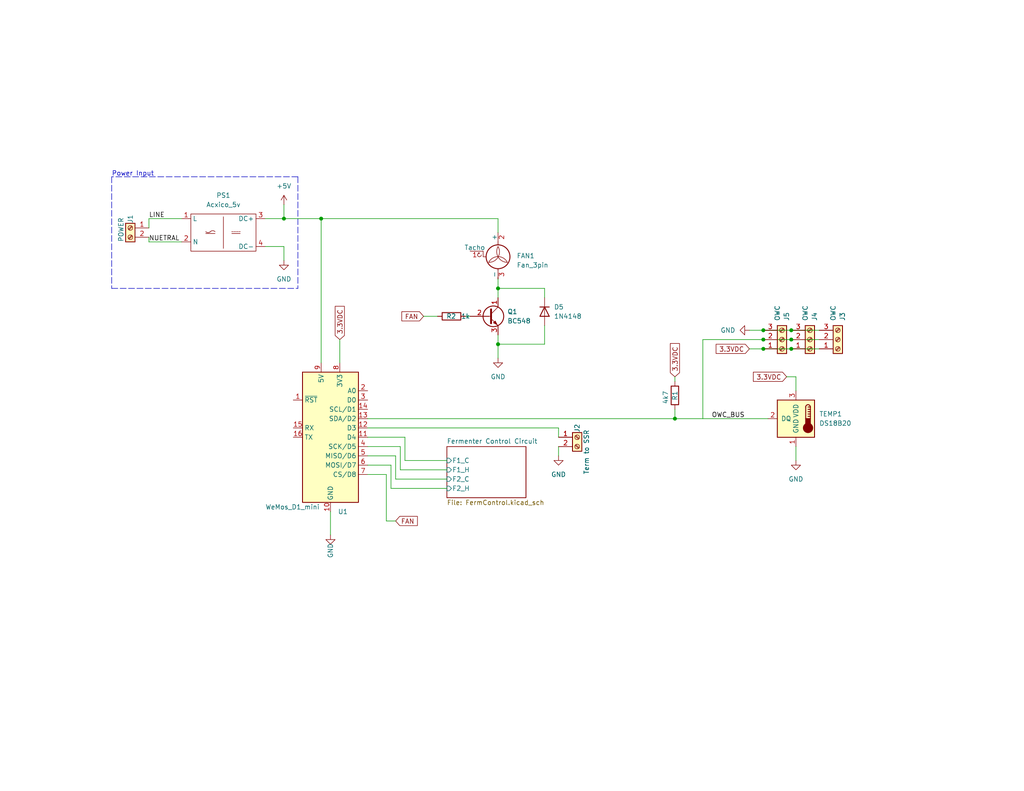
<source format=kicad_sch>
(kicad_sch (version 20211123) (generator eeschema)
  (paper "USLetter")
  (title_block (title "Glycol/Fermenter Control Circuit") (date "2023-01-31") (rev "1.0"))
  (lib_symbols
    (symbol "Connector:Screw_Terminal_01x02" (pin_names (offset 1.016) hide)
      (property "Reference" "J" (at 0 2.54 0))
      (property "Value" "Screw_Terminal_01x02" (at 0 -5.08 0))
      (symbol "Screw_Terminal_01x02_1_1"
        (rectangle (start -1.27 1.27) (end 1.27 -3.81) (stroke (width 0.254)) (fill (type background)))
        (circle (center 0 -2.54) (radius 0.635) (stroke (width 0.1524)))
        (polyline (pts (xy -0.5334 -2.2098) (xy 0.3302 -3.048)) (stroke (width 0.1524)))
        (polyline (pts (xy -0.5334 0.3302) (xy 0.3302 -0.508)) (stroke (width 0.1524)))
        (polyline (pts (xy -0.3556 -2.032) (xy 0.508 -2.8702)) (stroke (width 0.1524)))
        (polyline (pts (xy -0.3556 0.508) (xy 0.508 -0.3302)) (stroke (width 0.1524)))
        (circle (center 0 0) (radius 0.635) (stroke (width 0.1524)))
        (pin passive line (at -5.08 0 0) (length 3.81) (name "Pin_1") (number "1"))
        (pin passive line (at -5.08 -2.54 0) (length 3.81) (name "Pin_2") (number "2"))
      )
    )
    (symbol "Connector:Screw_Terminal_01x03" (pin_names (offset 1.016) hide)
      (property "Reference" "J" (at 0 5.08 0))
      (property "Value" "Screw_Terminal_01x03" (at 0 -5.08 0))
      (symbol "Screw_Terminal_01x03_1_1"
        (rectangle (start -1.27 3.81) (end 1.27 -3.81) (stroke (width 0.254)) (fill (type background)))
        (circle (center 0 -2.54) (radius 0.635) (stroke (width 0.1524)))
        (polyline (pts (xy -0.5334 -2.2098) (xy 0.3302 -3.048)) (stroke (width 0.1524)))
        (polyline (pts (xy -0.5334 0.3302) (xy 0.3302 -0.508)) (stroke (width 0.1524)))
        (polyline (pts (xy -0.5334 2.8702) (xy 0.3302 2.032)) (stroke (width 0.1524)))
        (polyline (pts (xy -0.3556 -2.032) (xy 0.508 -2.8702)) (stroke (width 0.1524)))
        (polyline (pts (xy -0.3556 0.508) (xy 0.508 -0.3302)) (stroke (width 0.1524)))
        (polyline (pts (xy -0.3556 3.048) (xy 0.508 2.2098)) (stroke (width 0.1524)))
        (circle (center 0 0) (radius 0.635) (stroke (width 0.1524)))
        (circle (center 0 2.54) (radius 0.635) (stroke (width 0.1524)))
        (pin passive line (at -5.08 2.54 0) (length 3.81) (name "Pin_1") (number "1"))
        (pin passive line (at -5.08 0 0) (length 3.81) (name "Pin_2") (number "2"))
        (pin passive line (at -5.08 -2.54 0) (length 3.81) (name "Pin_3") (number "3"))
      )
    )
    (symbol "Converter_ACDC:Acxico_5v"
      (property "Reference" "PS" (at 0 6.35 0))
      (property "Value" "Acxico_5v" (at 0 -6.35 0))
      (symbol "Acxico_5v_0_1"
        (rectangle (start -8.89 5.08) (end 8.89 -5.08))
        (arc (start -4.826 0.254) (mid -4.191 -0.0089) (end -3.556 0.254))
        (arc (start -2.286 0.254) (mid -2.921 0.516) (end -3.556 0.254))
        (polyline (pts (xy -4.826 -0.254) (xy -2.286 -0.254)))
        (polyline (pts (xy 0 4.318) (xy 0 -4.318)))
        (polyline (pts (xy 2.286 -0.254) (xy 4.572 -0.254)))
        (polyline (pts (xy 2.286 0.254) (xy 2.54 0.254)))
        (polyline (pts (xy 2.794 0.254) (xy 3.048 0.254)))
        (polyline (pts (xy 3.302 0.254) (xy 3.556 0.254)))
        (polyline (pts (xy 3.81 0.254) (xy 4.064 0.254)))
        (polyline (pts (xy 4.318 0.254) (xy 4.572 0.254)))
      )
      (symbol "Acxico_5v_1_1"
        (pin input line (at -11.43 3.81 0) (length 2.54) (name "L") (number "1"))
        (pin input line (at -11.43 -2.54 0) (length 2.54) (name "N") (number "2"))
        (pin output line (at 11.43 3.81 180) (length 2.54) (name "DC+") (number "3"))
        (pin output line (at 11.43 -3.81 180) (length 2.54) (name "DC-") (number "4"))
      )
    )
    (symbol "Device:R" (pin_numbers hide) (pin_names (offset 0))
      (property "Reference" "R" (at 2.032 0 90))
      (property "Value" "R" (at 0 0 90))
      (symbol "R_0_1"
        (rectangle (start -1.016 -2.54) (end 1.016 2.54) (stroke (width 0.254)))
      )
      (symbol "R_1_1"
        (pin passive line (at 0 3.81 270) (length 1.27) (name "~") (number "1"))
        (pin passive line (at 0 -3.81 90) (length 1.27) (name "~") (number "2"))
      )
    )
    (symbol "Diode:1N4148" (pin_numbers hide) (pin_names hide)
      (property "Reference" "D" (at 0 2.54 0))
      (property "Value" "1N4148" (at 0 -2.54 0))
      (symbol "1N4148_0_1"
        (polyline (pts (xy -1.27 1.27) (xy -1.27 -1.27)) (stroke (width 0.254)))
        (polyline (pts (xy 1.27 0) (xy -1.27 0)))
        (polyline (pts (xy 1.27 1.27) (xy 1.27 -1.27) (xy -1.27 0) (xy 1.27 1.27)) (stroke (width 0.254)))
      )
      (symbol "1N4148_1_1"
        (pin passive line (at -3.81 0 0) (length 2.54) (name "K") (number "1"))
        (pin passive line (at 3.81 0 180) (length 2.54) (name "A") (number "2"))
      )
    )
    (symbol "MCU_Module:WeMos_D1_mini"
      (property "Reference" "U" (at 3.81 19.05 0))
      (property "Value" "WeMos_D1_mini" (at 1.27 -19.05 0))
      (symbol "WeMos_D1_mini_1_1"
        (rectangle (start -7.62 17.78) (end 7.62 -17.78) (stroke (width 0.254)) (fill (type background)))
        (pin input line (at -10.16 10.16 0) (length 2.54) (name "~{RST}") (number "1"))
        (pin power_in line (at 0 -20.32 90) (length 2.54) (name "GND") (number "10"))
        (pin bidirectional line (at 10.16 0 180) (length 2.54) (name "D4") (number "11"))
        (pin bidirectional line (at 10.16 2.54 180) (length 2.54) (name "D3") (number "12"))
        (pin bidirectional line (at 10.16 5.08 180) (length 2.54) (name "SDA/D2") (number "13"))
        (pin bidirectional line (at 10.16 7.62 180) (length 2.54) (name "SCL/D1") (number "14"))
        (pin input line (at -10.16 2.54 0) (length 2.54) (name "RX") (number "15"))
        (pin output line (at -10.16 0 0) (length 2.54) (name "TX") (number "16"))
        (pin input line (at 10.16 12.7 180) (length 2.54) (name "A0") (number "2"))
        (pin bidirectional line (at 10.16 10.16 180) (length 2.54) (name "D0") (number "3"))
        (pin bidirectional line (at 10.16 -2.54 180) (length 2.54) (name "SCK/D5") (number "4"))
        (pin bidirectional line (at 10.16 -5.08 180) (length 2.54) (name "MISO/D6") (number "5"))
        (pin bidirectional line (at 10.16 -7.62 180) (length 2.54) (name "MOSI/D7") (number "6"))
        (pin bidirectional line (at 10.16 -10.16 180) (length 2.54) (name "CS/D8") (number "7"))
        (pin power_out line (at 2.54 20.32 270) (length 2.54) (name "3V3") (number "8"))
        (pin power_in line (at -2.54 20.32 270) (length 2.54) (name "5V") (number "9"))
      )
    )
    (symbol "Motor:Fan_3pin" (pin_names (offset 0))
      (property "Reference" "M" (at 2.54 2.54 0))
      (property "Value" "Fan_3pin" (at 2.54 -5.08 0))
      (symbol "Fan_3pin_0_0"
        (arc (start -5.588 -1.016) (mid -5.08 -1.524) (end -4.572 -1.016))
        (arc (start -5.08 -0.508) (mid -5.4392 -0.6568) (end -5.588 -1.016))
        (polyline (pts (xy -5.08 -0.508) (xy -5.334 -0.381)))
        (polyline (pts (xy -5.08 -0.508) (xy -5.207 -0.762)))
        (polyline (pts (xy -4.064 0) (xy -4.064 -1.524) (xy -3.302 -1.524)))
      )
      (symbol "Fan_3pin_0_1"
        (arc (start -2.54 -3.048) (mid 0.0028 -1.6279) (end 0 1.27))
        (circle (center 0 -1.524) (radius 3.2512) (stroke (width 0.254)))
        (polyline (pts (xy -4.064 0) (xy -5.08 0)))
        (polyline (pts (xy 0 -7.62) (xy 0 -7.112)))
        (polyline (pts (xy 0 -4.7752) (xy 0 -5.1816)))
        (polyline (pts (xy 0 1.7272) (xy 0 2.0828)))
        (polyline (pts (xy 0 2.032) (xy 0 2.54)))
        (arc (start 0 1.27) (mid 0.053 -1.619) (end 2.54 -3.048))
        (arc (start 2.54 -3.048) (mid 0 -1.4782) (end -2.54 -3.048))
      )
      (symbol "Fan_3pin_1_1"
        (pin passive line (at -7.62 0 0) (length 2.54) (name "Tacho") (number "1"))
        (pin passive line (at 0 5.08 270) (length 2.54) (name "+") (number "2"))
        (pin passive line (at 0 -7.62 90) (length 2.54) (name "-") (number "3"))
      )
    )
    (symbol "Sensor_Temperature:DS18B20" (pin_names (offset 1.016))
      (property "Reference" "U" (at -3.81 6.35 0))
      (property "Value" "DS18B20" (at 6.35 6.35 0))
      (symbol "DS18B20_0_1"
        (rectangle (start -5.08 5.08) (end 5.08 -5.08) (stroke (width 0.254)) (fill (type background)))
        (circle (center -3.302 -2.54) (radius 1.27) (stroke (width 0.254)) (fill (type outline)))
        (rectangle (start -2.667 -1.905) (end -3.937 0) (stroke (width 0.254)) (fill (type outline)))
        (arc (start -2.667 3.175) (mid -3.302 3.81) (end -3.937 3.175) (stroke (width 0.254)))
        (polyline (pts (xy -3.937 0.635) (xy -3.302 0.635)) (stroke (width 0.254)))
        (polyline (pts (xy -3.937 1.27) (xy -3.302 1.27)) (stroke (width 0.254)))
        (polyline (pts (xy -3.937 1.905) (xy -3.302 1.905)) (stroke (width 0.254)))
        (polyline (pts (xy -3.937 2.54) (xy -3.302 2.54)) (stroke (width 0.254)))
        (polyline (pts (xy -3.937 3.175) (xy -3.937 0)) (stroke (width 0.254)))
        (polyline (pts (xy -3.937 3.175) (xy -3.302 3.175)) (stroke (width 0.254)))
        (polyline (pts (xy -2.667 3.175) (xy -2.667 0)) (stroke (width 0.254)))
      )
      (symbol "DS18B20_1_1"
        (pin power_in line (at 0 -7.62 90) (length 2.54) (name "GND") (number "1"))
        (pin bidirectional line (at 7.62 0 180) (length 2.54) (name "DQ") (number "2"))
        (pin power_in line (at 0 7.62 270) (length 2.54) (name "VDD") (number "3"))
      )
    )
    (symbol "Transistor_BJT:BC548" (pin_names (offset 0) hide)
      (property "Reference" "Q" (at 5.08 1.905 0))
      (property "Value" "BC548" (at 5.08 0 0))
      (symbol "BC548_0_1"
        (polyline (pts (xy 0 0) (xy 0.635 0)))
        (polyline (pts (xy 0.635 0.635) (xy 2.54 2.54)))
        (polyline (pts (xy 0.635 -0.635) (xy 2.54 -2.54) (xy 2.54 -2.54)))
        (polyline (pts (xy 0.635 1.905) (xy 0.635 -1.905) (xy 0.635 -1.905)) (stroke (width 0.508)))
        (polyline (pts (xy 1.27 -1.778) (xy 1.778 -1.27) (xy 2.286 -2.286) (xy 1.27 -1.778) (xy 1.27 -1.778)) (fill (type outline)))
        (circle (center 1.27 0) (radius 2.8194) (stroke (width 0.254)))
      )
      (symbol "BC548_1_1"
        (pin passive line (at 2.54 5.08 270) (length 2.54) (name "C") (number "1"))
        (pin input line (at -5.08 0 0) (length 5.08) (name "B") (number "2"))
        (pin passive line (at 2.54 -5.08 90) (length 2.54) (name "E") (number "3"))
      )
    )
    (symbol "power:+5V" (power) (pin_names (offset 0))
      (property "Value" "+5V" (at 0 3.556 0))
      (symbol "+5V_0_1"
        (polyline (pts (xy -0.762 1.27) (xy 0 2.54)))
        (polyline (pts (xy 0 0) (xy 0 2.54)))
        (polyline (pts (xy 0 2.54) (xy 0.762 1.27)))
      )
      (symbol "+5V_1_1"
        (pin power_in line (at 0 0 90) (length 0) hide (name "+5V") (number "1"))
      )
    )
    (symbol "power:GND" (power) (pin_names (offset 0))
      (property "Value" "GND" (at 0 -3.81 0))
      (symbol "GND_0_1"
        (polyline (pts (xy 0 0) (xy 0 -1.27) (xy 1.27 -1.27) (xy 0 -2.54) (xy -1.27 -1.27) (xy 0 -1.27)))
      )
      (symbol "GND_1_1"
        (pin power_in line (at 0 0 270) (length 0) hide (name "GND") (number "1"))
      )
    )
  )
  (junction (at 184.15 114.3))
  (junction (at 135.89 78.74))
  (junction (at 208.28 95.25))
  (junction (at 77.47 59.69))
  (junction (at 215.9 90.17))
  (junction (at 215.9 95.25))
  (junction (at 208.28 90.17))
  (junction (at 208.28 92.71))
  (junction (at 135.89 93.98))
  (junction (at 87.63 59.69))
  (junction (at 215.9 92.71))
  (wire (pts (xy 215.9 95.25) (xy 208.28 95.25)))
  (wire (pts (xy 115.57 86.36) (xy 119.38 86.36)))
  (wire (pts (xy 184.15 102.87) (xy 184.15 104.14)))
  (wire (pts (xy 109.22 121.92) (xy 109.22 128.27)))
  (wire (pts (xy 184.15 114.3) (xy 209.55 114.3)))
  (wire (pts (xy 40.64 64.77) (xy 40.64 66.04)))
  (wire (pts (xy 109.22 128.27) (xy 121.92 128.27)))
  (wire (pts (xy 100.33 127) (xy 106.68 127)))
  (wire (pts (xy 90.17 139.7) (xy 90.17 146.05)))
  (polyline (pts (xy 81.28 48.26) (xy 30.48 48.26)))
  (wire (pts (xy 215.9 92.71) (xy 208.28 92.71)))
  (wire (pts (xy 40.64 66.04) (xy 49.53 66.04)))
  (polyline (pts (xy 81.28 48.26) (xy 81.28 78.74)))
  (wire (pts (xy 72.39 67.31) (xy 77.47 67.31)))
  (wire (pts (xy 135.89 78.74) (xy 135.89 81.28)))
  (wire (pts (xy 184.15 111.76) (xy 184.15 114.3)))
  (wire (pts (xy 87.63 59.69) (xy 87.63 99.06)))
  (wire (pts (xy 92.71 92.71) (xy 92.71 99.06)))
  (wire (pts (xy 148.59 78.74) (xy 148.59 81.28)))
  (wire (pts (xy 100.33 129.54) (xy 105.41 129.54)))
  (wire (pts (xy 135.89 59.69) (xy 135.89 63.5)))
  (wire (pts (xy 135.89 93.98) (xy 135.89 97.79)))
  (wire (pts (xy 223.52 90.17) (xy 215.9 90.17)))
  (wire (pts (xy 106.68 133.35) (xy 121.92 133.35)))
  (wire (pts (xy 100.33 114.3) (xy 184.15 114.3)))
  (wire (pts (xy 217.17 106.68) (xy 217.17 102.87)))
  (wire (pts (xy 135.89 59.69) (xy 87.63 59.69)))
  (wire (pts (xy 135.89 78.74) (xy 148.59 78.74)))
  (wire (pts (xy 107.95 124.46) (xy 107.95 130.81)))
  (wire (pts (xy 208.28 90.17) (xy 204.47 90.17)))
  (wire (pts (xy 77.47 55.88) (xy 77.47 59.69)))
  (wire (pts (xy 152.4 119.38) (xy 152.4 116.84)))
  (wire (pts (xy 215.9 90.17) (xy 208.28 90.17)))
  (wire (pts (xy 148.59 93.98) (xy 148.59 88.9)))
  (wire (pts (xy 208.28 95.25) (xy 204.47 95.25)))
  (wire (pts (xy 100.33 124.46) (xy 107.95 124.46)))
  (wire (pts (xy 110.49 125.73) (xy 121.92 125.73)))
  (wire (pts (xy 40.64 62.23) (xy 40.64 59.69)))
  (polyline (pts (xy 30.48 48.26) (xy 30.48 78.74)))
  (polyline (pts (xy 30.48 78.74) (xy 81.28 78.74)))
  (wire (pts (xy 100.33 121.92) (xy 109.22 121.92)))
  (wire (pts (xy 77.47 67.31) (xy 77.47 71.12)))
  (wire (pts (xy 152.4 124.46) (xy 152.4 121.92)))
  (wire (pts (xy 191.77 92.71) (xy 191.77 114.3)))
  (wire (pts (xy 110.49 119.38) (xy 100.33 119.38)))
  (wire (pts (xy 87.63 59.69) (xy 77.47 59.69)))
  (wire (pts (xy 107.95 142.24) (xy 105.41 142.24)))
  (wire (pts (xy 40.64 59.69) (xy 49.53 59.69)))
  (wire (pts (xy 208.28 92.71) (xy 191.77 92.71)))
  (wire (pts (xy 127 86.36) (xy 128.27 86.36)))
  (wire (pts (xy 106.68 127) (xy 106.68 133.35)))
  (wire (pts (xy 135.89 76.2) (xy 135.89 78.74)))
  (wire (pts (xy 72.39 59.69) (xy 77.47 59.69)))
  (wire (pts (xy 110.49 119.38) (xy 110.49 125.73)))
  (wire (pts (xy 107.95 130.81) (xy 121.92 130.81)))
  (wire (pts (xy 152.4 116.84) (xy 100.33 116.84)))
  (wire (pts (xy 135.89 91.44) (xy 135.89 93.98)))
  (wire (pts (xy 223.52 95.25) (xy 215.9 95.25)))
  (wire (pts (xy 135.89 93.98) (xy 148.59 93.98)))
  (wire (pts (xy 217.17 121.92) (xy 217.17 125.73)))
  (wire (pts (xy 223.52 92.71) (xy 215.9 92.71)))
  (wire (pts (xy 217.17 102.87) (xy 214.63 102.87)))
  (wire (pts (xy 105.41 142.24) (xy 105.41 129.54)))
  (text "Power Input" (at 30.48 48.26 0) (effects (font (size 1.27 1.27)) (justify left bottom)))
  (label "OWC_BUS" (at 203.2 114.3 180))
  (label "NUETRAL" (at 40.64 66.04 0))
  (label "LINE" (at 40.64 59.69 0))
  (global_label "FAN" (shape input) (at 115.57 86.36 180) (property "Intersheet References" "${INTERSHEET_REFS}" (effects hide)))
  (global_label "3.3VDC" (shape input) (at 214.63 102.87 180) (property "Intersheet References" "${INTERSHEET_REFS}" (effects hide)))
  (global_label "3.3VDC" (shape input) (at 204.47 95.25 180) (property "Intersheet References" "${INTERSHEET_REFS}" (effects hide)))
  (global_label "3.3VDC" (shape input) (at 92.71 92.71 90) (property "Intersheet References" "${INTERSHEET_REFS}" (effects hide)))
  (global_label "3.3VDC" (shape input) (at 184.15 102.87 90) (property "Intersheet References" "${INTERSHEET_REFS}" (effects hide)))
  (global_label "FAN" (shape input) (at 107.95 142.24 0) (property "Intersheet References" "${INTERSHEET_REFS}" (effects hide)))
  (symbol (lib_id "Connector:Screw_Terminal_01x02") (at 157.48 119.38 0) (unit 1)
    (property "Reference" "J2" (at 157.48 118.11 90) (effects (justify left)))
    (property "Value" "Term to SSR" (at 160.02 129.54 90) (effects (justify left)))
    (property "Footprint" "TerminalBlock_Phoenix:TerminalBlock_Phoenix_MKDS-1,5-2_1x02_P5.00mm_Horizontal" (effects hide))
  )
  (symbol (lib_id "power:GND") (at 152.4 124.46 0) (unit 1)
    (property "Reference" "#PWR0105" (effects hide))
    (property "Value" "GND" (at 152.4 129.54 0))
  )
  (symbol (lib_id "Connector:Screw_Terminal_01x03") (at 213.36 92.71 0) (mirror x) (unit 1)
    (property "Reference" "J5" (at 214.6301 87.63 90) (effects (justify right)))
    (property "Value" "OWC" (at 212.0901 87.63 90) (effects (justify right)))
    (property "Footprint" "Connector_JST:JST_XH_B3B-XH-AM_1x03_P2.50mm_Vertical" (effects hide))
  )
  (symbol (lib_id "Connector:Screw_Terminal_01x02") (at 35.56 62.23 0) (mirror y) (unit 1)
    (property "Reference" "J1" (at 35.56 60.96 90) (effects (justify left)))
    (property "Value" "POWER" (at 33.02 66.04 90) (effects (justify left)))
    (property "Footprint" "TerminalBlock_Phoenix:TerminalBlock_Phoenix_MKDS-1,5-2_1x02_P5.00mm_Horizontal" (effects hide))
  )
  (symbol (lib_id "Diode:1N4148") (at 148.59 85.09 270) (unit 1)
    (property "Reference" "D5" (at 151.13 83.8199 90) (effects (justify left)))
    (property "Value" "1N4148" (at 151.13 86.3599 90) (effects (justify left)))
    (property "Footprint" "Diode_SMD:D_SOD-323F" (effects hide))
    (property "Datasheet" "https://assets.nexperia.com/documents/data-sheet/1N4148_1N4448.pdf" (effects hide))
  )
  (symbol (lib_id "Device:R") (at 123.19 86.36 90) (unit 1)
    (property "Reference" "R2" (at 124.46 86.36 90) (effects (justify left)))
    (property "Value" "1k" (at 128.27 86.36 90) (effects (justify left)))
    (property "Footprint" "Resistor_THT:R_Axial_DIN0207_L6.3mm_D2.5mm_P7.62mm_Horizontal" (effects hide))
  )
  (symbol (lib_id "Device:R") (at 184.15 107.95 0) (mirror x) (unit 1)
    (property "Reference" "R1" (at 184.15 106.68 90) (effects (justify left)))
    (property "Value" "4k7" (at 181.61 106.68 90) (effects (justify left)))
    (property "Footprint" "Resistor_THT:R_Axial_DIN0207_L6.3mm_D2.5mm_P7.62mm_Horizontal" (effects hide))
  )
  (symbol (lib_id "Connector:Screw_Terminal_01x03") (at 220.98 92.71 0) (mirror x) (unit 1)
    (property "Reference" "J4" (at 222.2501 87.63 90) (effects (justify right)))
    (property "Value" "OWC" (at 219.7101 87.63 90) (effects (justify right)))
    (property "Footprint" "Connector_JST:JST_XH_B3B-XH-AM_1x03_P2.50mm_Vertical" (effects hide))
  )
  (symbol (lib_id "MCU_Module:WeMos_D1_mini") (at 90.17 119.38 0) (unit 1)
    (property "Reference" "U1" (at 92.1894 139.7 0) (effects (justify left)))
    (property "Value" "WeMos_D1_mini" (at 72.39 138.43 0) (effects (justify left)))
    (property "Footprint" "Custom:WEMOS_D1_mini_light" (effects hide))
    (property "Datasheet" "https://wiki.wemos.cc/products:d1:d1_mini#documentation" (effects hide))
  )
  (symbol (lib_id "power:GND") (at 90.17 146.05 0) (unit 1)
    (property "Reference" "#PWR0111" (effects hide))
    (property "Value" "GND" (at 90.17 152.4 90) (effects (justify left)))
  )
  (symbol (lib_id "Converter_ACDC:Acxico_5v") (at 60.96 63.5 0) (unit 1)
    (property "Reference" "PS1" (at 60.96 53.34 0))
    (property "Value" "Acxico_5v" (at 60.96 55.88 0))
    (property "Footprint" "Power:Acxico 5V 700mA Board Module Mini AC-DC 120V to 5V Power Supply" (effects hide))
  )
  (symbol (lib_id "power:GND") (at 217.17 125.73 0) (mirror y) (unit 1)
    (property "Reference" "#PWR0104" (effects hide))
    (property "Value" "GND" (at 217.17 130.81 0))
  )
  (symbol (lib_id "power:+5V") (at 77.47 55.88 0) (unit 1)
    (property "Reference" "#PWR0102" (effects hide))
    (property "Value" "+5V" (at 77.47 50.8 0))
  )
  (symbol (lib_id "Connector:Screw_Terminal_01x03") (at 228.6 92.71 0) (mirror x) (unit 1)
    (property "Reference" "J3" (at 229.8701 87.63 90) (effects (justify right)))
    (property "Value" "OWC" (at 227.3301 87.63 90) (effects (justify right)))
    (property "Footprint" "Connector_JST:JST_XH_B3B-XH-AM_1x03_P2.50mm_Vertical" (effects hide))
  )
  (symbol (lib_id "power:GND") (at 77.47 71.12 0) (unit 1)
    (property "Reference" "#PWR0101" (effects hide))
    (property "Value" "GND" (at 77.47 76.2 0))
  )
  (symbol (lib_id "power:GND") (at 135.89 97.79 0) (unit 1)
    (property "Reference" "#PWR0109" (effects hide))
    (property "Value" "GND" (at 135.89 102.87 0))
  )
  (symbol (lib_id "Sensor_Temperature:DS18B20") (at 217.17 114.3 0) (mirror y) (unit 1)
    (property "Reference" "TEMP1" (at 223.52 113.0299 0) (effects (justify right)))
    (property "Value" "DS18B20" (at 223.52 115.5699 0) (effects (justify right)))
    (property "Footprint" "Package_TO_SOT_THT:TO-92_Inline" (effects hide))
    (property "Datasheet" "http://datasheets.maximintegrated.com/en/ds/DS18B20.pdf" (effects hide))
  )
  (symbol (lib_id "power:GND") (at 204.47 90.17 270) (mirror x) (unit 1)
    (property "Reference" "#PWR0106" (effects hide))
    (property "Value" "GND" (at 200.66 90.1699 90) (effects (justify right)))
  )
  (symbol (lib_id "Motor:Fan_3pin") (at 135.89 68.58 0) (unit 1)
    (property "Reference" "FAN1" (at 140.97 69.8499 0) (effects (justify left)))
    (property "Value" "Fan_3pin" (at 140.97 72.3899 0) (effects (justify left)))
    (property "Footprint" "Connector_JST:JST_XH_B3B-XH-AM_1x03_P2.50mm_Vertical" (effects hide))
    (property "Datasheet" "https://www.amazon.com/Noctua-Cooling-Bearing-NF-A4X10-FLX-5V/dp/B00NEMGCIA" (effects hide))
  )
  (symbol (lib_id "Transistor_BJT:BC548") (at 133.35 86.36 0) (unit 1)
    (property "Reference" "Q1" (at 138.43 85.0899 0) (effects (justify left)))
    (property "Value" "BC548" (at 138.43 87.6299 0) (effects (justify left)))
    (property "Footprint" "Package_TO_SOT_THT:TO-92_Inline" (effects hide))
    (property "Datasheet" "https://www.onsemi.com/pub/Collateral/BC550-D.pdf" (effects hide))
  )
  (sheet (at 121.92 121.92) (size 21.59 13.97) (stroke (width 0.1524))
    (property "Sheet name" "Fermenter Control Circuit" (at 121.92 121.2084 0) (effects (justify left bottom)))
    (property "Sheet file" "FermControl.kicad_sch" (at 121.92 136.4746 0) (effects (justify left top)))
    (pin "F1_H" input (at 121.92 128.27 180))
    (pin "F2_H" input (at 121.92 133.35 180))
    (pin "F2_C" input (at 121.92 130.81 180))
    (pin "F1_C" input (at 121.92 125.73 180))
  )
)
</source>
